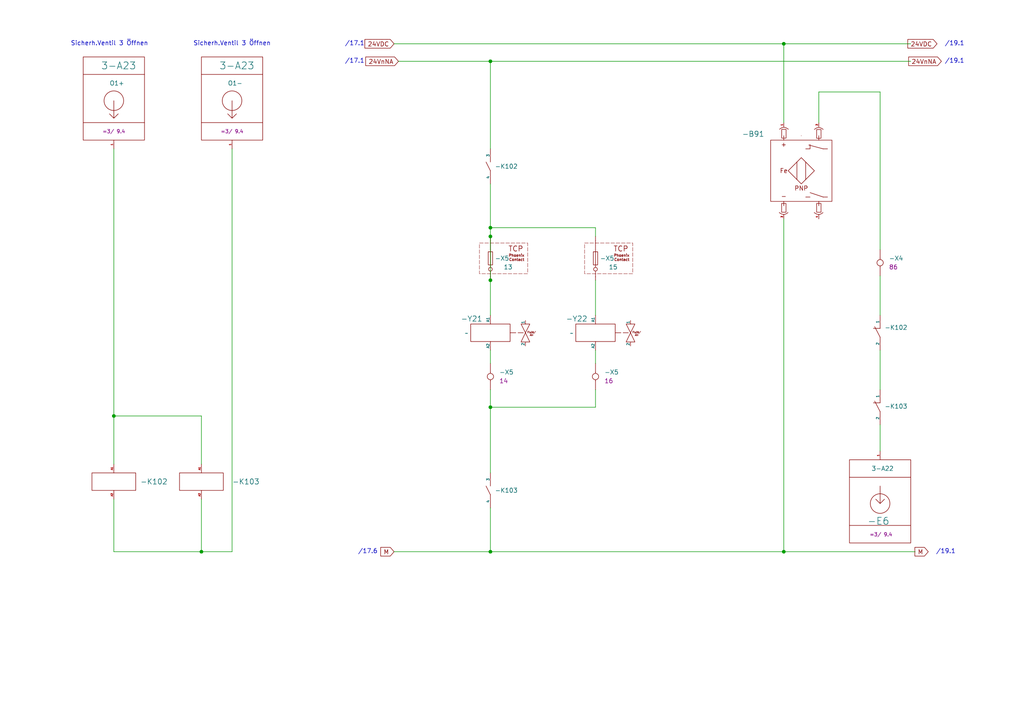
<source format=kicad_sch>
(kicad_sch (version 20250114) (generator "eeschema") (generator_version "9.0")
  (paper "A4")
  (title_block (comment 4 "3"))
  (lib_symbols
    (symbol "TCP_(X)_1" (pin_numbers (hide yes)) (pin_names (offset 0) (hide yes))
      (property "Reference" "-X" (at -9.398 7.366 0))
      (symbol "TCP_(X)_1_0_1"
        (polyline (pts (xy -3.81 -5.334) (xy -3.81 -3.81)))
      )
      (symbol "TCP_(X)_1_1_1"
        (rectangle (start -6.985 4.445) (end 6.985 -4.445) (stroke (width 0.1016) (type dash)))
        (rectangle (start -4.445 1.905) (end -3.175 -1.905))
        (circle (center -3.8101 -3.155) (radius 0.5341))
        (polyline (pts (xy -3.81 5.08) (xy -3.81 -2.54)))
        (text "TCP" (at 3.556 2.794 0) (effects (font (size 1.524 1.524))))
        (text "Phoenix\nContact" (at 6.096 0.254 0) (effects (font (size 0.762 0.762)) (justify right)))
        (pin passive line (at -3.81 6.35 270) (length 1.27) (name "") (number ""))
        (pin passive line (at -3.81 -6.35 90) (length 1.016) (name ".") (number ""))
      )
    )
    (symbol "Verbinder_Standart_einfach_(X)_1" (pin_numbers (hide yes)) (pin_names (offset 0))
      (property "Reference" "-X" (at -4.572 2.794 0))
      (property "Nummer" "x" (at 3.048 3.048 0))
      (symbol "Verbinder_Standart_einfach_(X)_1_0_1"
        (polyline (pts (xy 0 1.27) (xy 0 1.016)))
        (circle (center 0 0) (radius 0.9158))
        (polyline (pts (xy 0 -1.27) (xy 0 -1.016)))
      )
      (symbol "Verbinder_Standart_einfach_(X)_1_1_1"
        (pin passive line (at 0 3.81 270) (length 2.54) (name "") (number ""))
        (pin passive line (at 0 -3.81 90) (length 2.54) (name "") (number ""))
      )
    )
    (symbol "Verbinder_Standart_einfach_(X)_2" (pin_numbers (hide yes)) (pin_names (offset 0))
      (property "Reference" "-X" (at -4.572 2.794 0))
      (property "Nummer" "x" (at 3.048 3.048 0))
      (symbol "Verbinder_Standart_einfach_(X)_2_0_1"
        (polyline (pts (xy 0 1.27) (xy 0 1.016)))
        (circle (center 0 0) (radius 0.9158))
        (polyline (pts (xy 0 -1.27) (xy 0 -1.016)))
      )
      (symbol "Verbinder_Standart_einfach_(X)_2_1_1"
        (pin passive line (at 0 3.81 270) (length 2.54) (name "") (number ""))
        (pin passive line (at 0 -3.81 90) (length 2.54) (name "") (number ""))
      )
    )
    (symbol "standart:PLC_IN_(E)" (on_board no)
      (property "Reference" "-E" (at -6.35 10.16 0))
      (property "Target" "=Gruppe/ Seite.Pfad" (at 0.254 -8.382 0))
      (symbol "PLC_IN_(E)_0_1"
        (rectangle (start -8.89 12.7) (end 8.89 -11.43))
        (polyline (pts (xy -8.89 7.62) (xy 8.89 7.62)))
        (polyline (pts (xy -8.89 -6.35) (xy 8.89 -6.35)))
        (polyline (pts (xy 0 5.08) (xy 0 0) (xy 1.27 1.27) (xy 0 0) (xy -1.27 1.27)))
        (circle (center 0 0) (radius 2.8398))
      )
      (symbol "PLC_IN_(E)_1_1"
        (pin input line (at 0 15.24 270) (length 2.54) (name "") (number "1"))
      )
    )
    (symbol "standart:PLC_OUT_(A)" (on_board no)
      (property "Reference" "-A" (at -6.35 10.16 0))
      (property "Target" "=Gruppe/ Seite.Pfad" (at 0 -8.89 0))
      (symbol "PLC_OUT_(A)_0_1"
        (rectangle (start -8.89 12.7) (end 8.89 -11.43))
        (polyline (pts (xy -8.89 7.62) (xy 8.89 7.62)))
        (polyline (pts (xy -8.89 -6.35) (xy 8.89 -6.35)))
        (polyline (pts (xy 0 0) (xy 0 -5.08) (xy 1.27 -3.81) (xy 0 -5.08) (xy -1.27 -3.81)))
        (circle (center 0 0) (radius 2.8398))
      )
      (symbol "PLC_OUT_(A)_1_1"
        (pin output line (at 0 -13.97 90) (length 2.54) (name "") (number "1"))
      )
    )
    (symbol "standart:Relais_(K)_A1-A2" (pin_names (hide yes))
      (property "Reference" "-K" (at -4.572 5.842 0))
      (symbol "Relais_(K)_A1-A2_0_1"
        (rectangle (start -6.35 2.54) (end 6.35 -2.54))
      )
      (symbol "Relais_(K)_A1-A2_1_1"
        (pin passive line (at 0 5.08 270) (length 2.54) (name "") (number "A1"))
        (pin passive line (at 0 -5.08 90) (length 2.54) (name "") (number "A2"))
      )
    )
    (symbol "standart:Relais_(K)_NC" (pin_numbers (hide yes)) (pin_names (offset 0))
      (property "Reference" "-K" (at -4.572 4.318 0))
      (symbol "Relais_(K)_NC_0_1"
        (polyline (pts (xy 0 1.27) (xy -1.944 1.27)))
        (polyline (pts (xy 0 1.27) (xy 0 1.27)))
        (polyline (pts (xy 0 -1.27) (xy -1.5826 1.7804)))
      )
      (symbol "Relais_(K)_NC_1_1"
        (pin passive line (at 0 5.08 270) (length 3.81) (name "1") (number "1"))
        (pin passive line (at 0 -5.08 90) (length 3.81) (name "2") (number "2"))
      )
    )
    (symbol "standart:Relais_(K)_NO" (pin_numbers (hide yes)) (pin_names (offset 0))
      (property "Reference" "-K" (at -4.318 4.318 0))
      (symbol "Relais_(K)_NO_0_1"
        (polyline (pts (xy 0 1.27) (xy 0 1.27)))
        (polyline (pts (xy 0 -1.27) (xy -1.27 1.27)))
      )
      (symbol "Relais_(K)_NO_1_1"
        (pin passive line (at 0 5.08 270) (length 3.81) (name "3") (number "3"))
        (pin passive line (at 0 -5.08 90) (length 3.81) (name "4") (number "4"))
      )
    )
    (symbol "standart:Sensor_PNP_Fe_(B)_NO_NC"
      (property "Reference" "-B" (at -13.97 10.668 0))
      (symbol "Sensor_PNP_Fe_(B)_NO_NC_0_1"
        (rectangle (start -8.89 8.89) (end 8.89 -8.89))
        (polyline (pts (xy -5.08 8.89) (xy -5.08 10.16)))
        (polyline (pts (xy -5.08 -8.89) (xy -5.08 -10.16)))
        (polyline (pts (xy -3.81 0) (xy 0 3.81) (xy 3.81 0) (xy 0 -3.81) (xy -3.81 0)))
        (polyline (pts (xy -1.27 2.54) (xy -1.27 -2.54)))
        (rectangle (start 0 10.16) (end 0 10.16))
        (polyline (pts (xy 1.27 6.35) (xy 2.54 6.35) (xy 2.54 7.62)))
        (polyline (pts (xy 1.27 2.54) (xy 1.27 -2.54)))
        (polyline (pts (xy 1.27 -7.62) (xy 2.54 -7.62)))
        (rectangle (start 5.08 10.16) (end 5.08 10.16))
        (polyline (pts (xy 5.08 8.89) (xy 5.08 10.16)))
        (polyline (pts (xy 5.08 -8.89) (xy 5.08 -10.16)))
        (polyline (pts (xy 6.35 6.35) (xy 2.1612 7.4737)))
        (polyline (pts (xy 6.35 6.35) (xy 7.62 6.35)))
        (polyline (pts (xy 6.35 -7.62) (xy 2.54 -6.35)))
        (polyline (pts (xy 6.35 -7.62) (xy 7.62 -7.62)))
      )
      (symbol "Sensor_PNP_Fe_(B)_NO_NC_1_1"
        (bezier (pts (xy -6.3012 12.0345) (xy -5.0312 13.3045) (xy -3.7612 12.0345) (xy -3.7612 12.0345)))
        (rectangle (start -5.7031 -9.4835) (end -4.4331 -12.0235) (fill (type color)))
        (rectangle (start -5.6833 12.0107) (end -4.4133 9.4707) (fill (type color)))
        (bezier (pts (xy -3.8638 -12.0969) (xy -5.1338 -13.3669) (xy -6.4038 -12.0969) (xy -6.4038 -12.0969)))
        (bezier (pts (xy 3.8093 11.9806) (xy 5.0793 13.2506) (xy 6.3493 11.9806) (xy 6.3493 11.9806)))
        (rectangle (start 4.4492 -9.4835) (end 5.7192 -12.0235) (fill (type color)))
        (rectangle (start 4.451 11.9632) (end 5.721 9.4232) (fill (type color)))
        (bezier (pts (xy 6.2858 -12.1072) (xy 5.0158 -13.3772) (xy 3.7458 -12.1072) (xy 3.7458 -12.1072)))
        (text "+" (at -5.08 7.62 0) (effects (font (size 1.27 1.27))))
        (text "Fe" (at -5.08 0 0) (effects (font (size 1.27 1.27))))
        (text "-" (at -5.08 -7.366 0) (effects (font (size 1.27 1.27))))
        (text "PNP" (at 0 -5.08 0) (effects (font (size 1.27 1.27))))
        (pin passive line (at -5.08 13.97 270) (length 1.27) (name "") (number "1"))
        (pin passive line (at -5.08 -13.97 90) (length 1.27) (name "") (number "3"))
        (pin passive line (at 5.08 13.97 270) (length 1.27) (name "") (number "2"))
        (pin passive line (at 5.08 -13.97 90) (length 1.27) (name "") (number "4"))
      )
    )
    (symbol "standart:TCP_(X)" (pin_numbers (hide yes)) (pin_names (offset 0) (hide yes))
      (property "Reference" "-X" (at -9.398 7.366 0))
      (symbol "TCP_(X)_0_1"
        (polyline (pts (xy -3.81 -5.334) (xy -3.81 -3.81)))
      )
      (symbol "TCP_(X)_1_1"
        (rectangle (start -6.985 4.445) (end 6.985 -4.445) (stroke (width 0.1016) (type dash)))
        (rectangle (start -4.445 1.905) (end -3.175 -1.905))
        (circle (center -3.8101 -3.155) (radius 0.5341))
        (polyline (pts (xy -3.81 5.08) (xy -3.81 -2.54)))
        (text "TCP" (at 3.556 2.794 0) (effects (font (size 1.524 1.524))))
        (text "Phoenix\nContact" (at 6.096 0.254 0) (effects (font (size 0.762 0.762)) (justify right)))
        (pin passive line (at -3.81 6.35 270) (length 1.27) (name "") (number ""))
        (pin passive line (at -3.81 -6.35 90) (length 1.016) (name ".") (number ""))
      )
    )
    (symbol "standart:Ventil_(Y)" (pin_numbers (hide yes)) (pin_names (offset 0))
      (property "Reference" "-Y" (at -8.636 4.064 0))
      (symbol "Ventil_(Y)_0_1"
        (rectangle (start -5.715 2.54) (end 5.715 -2.54))
      )
      (symbol "Ventil_(Y)_1_1"
        (polyline (pts (xy 5.715 0) (xy 9.525 0)) (stroke (width 0) (type dash)))
        (polyline (pts (xy 10.16 0) (xy 8.8857 -2.6619) (xy 11.4257 -2.6619) (xy 10.16 0) (xy 8.89 2.54) (xy 11.43 2.54) (xy 10.16 0)))
        (text "Fluid/\nAir" (at 11.938 -0.254 0) (effects (font (size 0.508 0.508))))
        (pin passive line (at 0 5.08 270) (length 2.54) (name "A1") (number "A1"))
        (pin passive line (at 0 -5.08 90) (length 2.54) (name "A2") (number "A2"))
        (pin passive line (at 10.16 3.556 270) (length 1.016) (name "1") (number "1"))
        (pin passive line (at 10.16 -3.81 90) (length 1.016) (name "2") (number "2"))
      )
    )
    (symbol "standart:Verbinder_Standart_einfach_(X)" (pin_numbers (hide yes)) (pin_names (offset 0))
      (property "Reference" "-X" (at -4.572 2.794 0))
      (property "Nummer" "x" (at 3.048 3.048 0))
      (symbol "Verbinder_Standart_einfach_(X)_0_1"
        (polyline (pts (xy 0 1.27) (xy 0 1.016)))
        (circle (center 0 0) (radius 0.9158))
        (polyline (pts (xy 0 -1.27) (xy 0 -1.016)))
      )
      (symbol "Verbinder_Standart_einfach_(X)_1_1"
        (pin passive line (at 0 3.81 270) (length 2.54) (name "") (number ""))
        (pin passive line (at 0 -3.81 90) (length 2.54) (name "") (number ""))
      )
    )
  )
  (text "/17.1" (at 102.87 17.78 0) (effects (font (size 1.27 1.27))))
  (text "Sicherh.Ventil 3 Öffnen" (at 31.75 12.7 0) (effects (font (size 1.27 1.27))))
  (text "/19.1" (at 276.86 12.7 0) (effects (font (size 1.27 1.27))))
  (text "/19.1" (at 276.86 17.78 0) (effects (font (size 1.27 1.27))))
  (text "/17.6\n" (at 106.68 160.02 0) (effects (font (size 1.27 1.27))))
  (text "/19.1\n" (at 274.32 160.02 0) (effects (font (size 1.27 1.27))))
  (text "/17.1" (at 102.87 12.7 0) (effects (font (size 1.27 1.27))))
  (text "Sicherh.Ventil 3 Öffnen" (at 67.31 12.7 0) (effects (font (size 1.27 1.27))))
  (junction (at 142.24 17.78))
  (junction (at 142.24 81.28))
  (junction (at 142.24 66.04))
  (junction (at 142.24 118.11))
  (junction (at 33.02 120.65))
  (junction (at 227.33 12.7))
  (junction (at 227.33 160.02))
  (junction (at 58.42 160.02))
  (junction (at 142.24 68.58))
  (junction (at 142.24 160.02))
  (wire (pts (xy 67.31 43.18) (xy 67.31 160.02)))
  (wire (pts (xy 115.57 17.78) (xy 142.24 17.78)))
  (wire (pts (xy 142.24 147.32) (xy 142.24 160.02)))
  (wire (pts (xy 33.02 120.65) (xy 33.02 134.62)))
  (wire (pts (xy 255.27 101.6) (xy 255.27 113.03)))
  (wire (pts (xy 255.27 80.01) (xy 255.27 91.44)))
  (wire (pts (xy 255.27 123.19) (xy 255.27 130.81)))
  (wire (pts (xy 237.49 26.67) (xy 237.49 35.56)))
  (wire (pts (xy 142.24 118.11) (xy 142.24 137.16)))
  (wire (pts (xy 58.42 144.78) (xy 58.42 160.02)))
  (wire (pts (xy 227.33 63.5) (xy 227.33 160.02)))
  (wire (pts (xy 142.24 66.04) (xy 172.72 66.04)))
  (wire (pts (xy 114.3 160.02) (xy 142.24 160.02)))
  (wire (pts (xy 33.02 43.18) (xy 33.02 120.65)))
  (wire (pts (xy 114.3 12.7) (xy 227.33 12.7)))
  (wire (pts (xy 33.02 144.78) (xy 33.02 160.02)))
  (wire (pts (xy 142.24 113.03) (xy 142.24 118.11)))
  (wire (pts (xy 172.72 113.03) (xy 172.72 118.11)))
  (wire (pts (xy 237.49 26.67) (xy 255.27 26.67)))
  (wire (pts (xy 142.24 101.6) (xy 142.24 105.41)))
  (wire (pts (xy 58.42 160.02) (xy 67.31 160.02)))
  (wire (pts (xy 142.24 17.78) (xy 264.16 17.78)))
  (wire (pts (xy 142.24 68.58) (xy 142.24 66.04)))
  (wire (pts (xy 172.72 101.6) (xy 172.72 105.41)))
  (wire (pts (xy 142.24 17.78) (xy 142.24 43.18)))
  (wire (pts (xy 227.33 160.02) (xy 265.43 160.02)))
  (wire (pts (xy 58.42 120.65) (xy 58.42 134.62)))
  (wire (pts (xy 142.24 160.02) (xy 227.33 160.02)))
  (wire (pts (xy 172.72 81.28) (xy 172.72 91.44)))
  (wire (pts (xy 255.27 26.67) (xy 255.27 72.39)))
  (wire (pts (xy 142.24 118.11) (xy 172.72 118.11)))
  (wire (pts (xy 33.02 160.02) (xy 58.42 160.02)))
  (wire (pts (xy 227.33 12.7) (xy 264.16 12.7)))
  (wire (pts (xy 142.24 81.28) (xy 142.24 91.44)))
  (wire (pts (xy 227.33 12.7) (xy 227.33 35.56)))
  (wire (pts (xy 172.72 66.04) (xy 172.72 68.58)))
  (wire (pts (xy 142.24 53.34) (xy 142.24 66.04)))
  (wire (pts (xy 33.02 120.65) (xy 58.42 120.65)))
  (wire (pts (xy 142.24 68.58) (xy 142.24 81.28)))
  (global_label "24VDC" (shape input) (at 271.78 12.7 180) (property "Intersheetrefs" "${INTERSHEET_REFS}" (effects (hide yes))))
  (global_label "M" (shape input) (at 114.3 160.02 180) (property "Intersheetrefs" "${INTERSHEET_REFS}" (effects (hide yes))))
  (global_label "24VDC" (shape input) (at 114.3 12.7 180) (property "Intersheetrefs" "${INTERSHEET_REFS}" (effects (hide yes))))
  (global_label "M" (shape input) (at 269.24 160.02 180) (property "Intersheetrefs" "${INTERSHEET_REFS}" (effects (hide yes))))
  (global_label "24VnNA" (shape input) (at 115.57 17.78 180) (property "Intersheetrefs" "${INTERSHEET_REFS}" (effects (hide yes))))
  (global_label "24VnNA" (shape input) (at 273.05 17.78 180) (property "Intersheetrefs" "${INTERSHEET_REFS}" (effects (hide yes))))
  (symbol (lib_id "standart:Sensor_PNP_Fe_(B)_NO_NC") (at 232.41 49.53 0) (unit 1)
    (property "Reference" "-B91" (at 218.44 38.862 0) (effects (font (size 1.524 1.524))))
  )
  (symbol (lib_id "standart:Relais_(K)_A1-A2") (at 33.02 139.7 0) (unit 1)
    (property "Reference" "-K102" (at 40.64 139.6999 0) (effects (font (size 1.524 1.524)) (justify left)))
  )
  (symbol (lib_id "standart:Relais_(K)_NO") (at 142.24 48.26 0) (unit 1)
    (property "Reference" "-K102" (at 143.51 48.2599 0) (effects (justify left)))
  )
  (symbol (lib_id "standart:TCP_(X)") (at 146.05 74.93 0) (unit 1)
    (property "Reference" "-X5" (at 143.51 74.93 0) (effects (justify left)))
    (property "Value" "13" (at 146.05 77.47 0) (effects (justify left)))
  )
  (symbol (lib_id "standart:PLC_IN_(E)") (at 255.27 146.05 0) (unit 1) (on_board no)
    (property "Reference" "-E6" (at 251.46 151.13 0) (effects (font (size 2.032 2.032)) (justify left)))
    (property "Value" "3-A22" (at 252.73 135.89 0) (effects (justify left)))
    (property "Target" "=3/ 9.4" (at 255.524 154.432 0) (effects (font (size 1.016 1.016)) (justify top)))
  )
  (symbol (lib_id "standart:Relais_(K)_NC") (at 255.27 96.52 0) (unit 1)
    (property "Reference" "-K102" (at 256.54 94.9947 0) (effects (justify left)))
  )
  (symbol (lib_name "Verbinder_Standart_einfach_(X)_1") (lib_id "standart:Verbinder_Standart_einfach_(X)") (at 172.72 109.22 0) (unit 1)
    (property "Reference" "-X5" (at 175.26 107.9499 0) (effects (justify left)))
    (property "Nummer" "16" (at 175.26 110.4899 0) (effects (justify left)))
  )
  (symbol (lib_id "standart:Ventil_(Y)") (at 172.72 96.52 0) (unit 1)
    (property "Reference" "-Y22" (at 164.084 92.456 0) (effects (font (size 1.524 1.524)) (justify left)))
    (property "Value" "~" (at 166.37 96.6469 0) (effects (justify right)))
    (property "Description" "Elektromagnetisches Ventil für Hydraulik und Pneumatik" (effects (hide yes)))
  )
  (symbol (lib_id "standart:PLC_OUT_(A)") (at 67.31 29.21 0) (unit 1) (on_board no)
    (property "Reference" "3-A23" (at 63.5 19.05 0) (effects (font (size 2.032 2.032)) (justify left)))
    (property "Value" "O1-" (at 66.04 24.13 0) (effects (justify left)))
    (property "Target" "=3/ 9.4" (at 67.31 38.1 0) (effects (font (size 1.016 1.016))))
  )
  (symbol (lib_id "standart:Verbinder_Standart_einfach_(X)") (at 142.24 109.22 0) (unit 1)
    (property "Reference" "-X5" (at 144.78 107.9499 0) (effects (justify left)))
    (property "Nummer" "14" (at 144.78 110.4899 0) (effects (justify left)))
  )
  (symbol (lib_name "TCP_(X)_1") (lib_id "standart:TCP_(X)") (at 176.53 74.93 0) (unit 1)
    (property "Reference" "-X5" (at 173.99 74.93 0) (effects (justify left)))
    (property "Value" "15" (at 176.53 77.47 0) (effects (justify left)))
  )
  (symbol (lib_id "standart:Relais_(K)_NO") (at 142.24 142.24 0) (unit 1)
    (property "Reference" "-K103" (at 143.51 142.2399 0) (effects (justify left)))
  )
  (symbol (lib_id "standart:Ventil_(Y)") (at 142.24 96.52 0) (unit 1)
    (property "Reference" "-Y21" (at 133.604 92.456 0) (effects (font (size 1.524 1.524)) (justify left)))
    (property "Value" "~" (at 135.89 96.6469 0) (effects (justify right)))
    (property "Description" "Elektromagnetisches Ventil für Hydraulik und Pneumatik" (effects (hide yes)))
  )
  (symbol (lib_id "standart:Relais_(K)_NC") (at 255.27 118.11 0) (unit 1)
    (property "Reference" "-K103" (at 256.54 117.8547 0) (effects (justify left)))
  )
  (symbol (lib_id "standart:Relais_(K)_A1-A2") (at 58.42 139.7 0) (unit 1)
    (property "Reference" "-K103" (at 67.31 139.7 0) (effects (font (size 1.524 1.524)) (justify left)))
  )
  (symbol (lib_id "standart:PLC_OUT_(A)") (at 33.02 29.21 0) (unit 1) (on_board no)
    (property "Reference" "3-A23" (at 29.21 19.05 0) (effects (font (size 2.032 2.032)) (justify left)))
    (property "Value" "O1+" (at 31.75 24.13 0) (effects (justify left)))
    (property "Target" "=3/ 9.4" (at 33.02 38.1 0) (effects (font (size 1.016 1.016))))
  )
  (symbol (lib_name "Verbinder_Standart_einfach_(X)_2") (lib_id "standart:Verbinder_Standart_einfach_(X)") (at 255.27 76.2 0) (unit 1)
    (property "Reference" "-X4" (at 257.81 74.9299 0) (effects (justify left)))
    (property "Nummer" "86" (at 257.81 77.4699 0) (effects (justify left)))
  )
)
</source>
